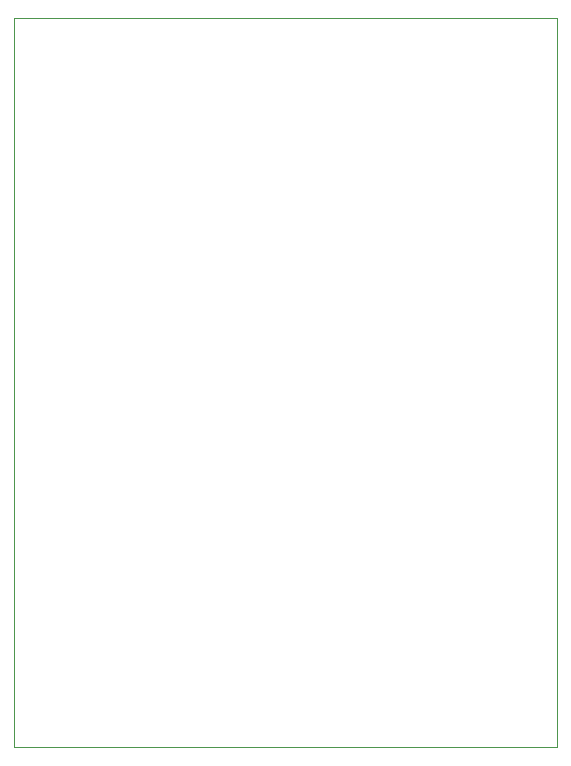
<source format=gbr>
%TF.GenerationSoftware,KiCad,Pcbnew,(5.1.10-1-10_14)*%
%TF.CreationDate,2021-09-23T00:24:02-04:00*%
%TF.ProjectId,BITWISE,42495457-4953-4452-9e6b-696361645f70,rev?*%
%TF.SameCoordinates,Original*%
%TF.FileFunction,Profile,NP*%
%FSLAX46Y46*%
G04 Gerber Fmt 4.6, Leading zero omitted, Abs format (unit mm)*
G04 Created by KiCad (PCBNEW (5.1.10-1-10_14)) date 2021-09-23 00:24:02*
%MOMM*%
%LPD*%
G01*
G04 APERTURE LIST*
%TA.AperFunction,Profile*%
%ADD10C,0.050000*%
%TD*%
G04 APERTURE END LIST*
D10*
X125222000Y-132842000D02*
X125222000Y-130810000D01*
X171196000Y-132842000D02*
X171196000Y-130810000D01*
X169164000Y-132842000D02*
X171196000Y-132842000D01*
X125222000Y-132842000D02*
X126746000Y-132842000D01*
X126746000Y-71120000D02*
X125222000Y-71120000D01*
X171196000Y-71120000D02*
X171196000Y-130810000D01*
X169164000Y-71120000D02*
X171196000Y-71120000D01*
X126746000Y-71120000D02*
X149098000Y-71120000D01*
X125222000Y-130810000D02*
X125222000Y-71120000D01*
X169164000Y-132842000D02*
X126746000Y-132842000D01*
X149098000Y-71120000D02*
X169164000Y-71120000D01*
M02*

</source>
